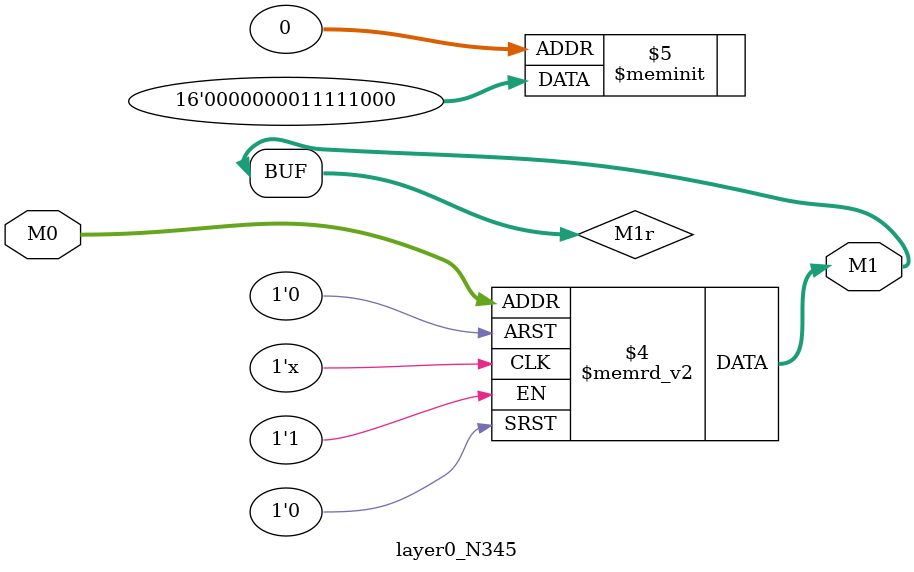
<source format=v>
module layer0_N345 ( input [2:0] M0, output [1:0] M1 );

	(*rom_style = "distributed" *) reg [1:0] M1r;
	assign M1 = M1r;
	always @ (M0) begin
		case (M0)
			3'b000: M1r = 2'b00;
			3'b100: M1r = 2'b00;
			3'b010: M1r = 2'b11;
			3'b110: M1r = 2'b00;
			3'b001: M1r = 2'b10;
			3'b101: M1r = 2'b00;
			3'b011: M1r = 2'b11;
			3'b111: M1r = 2'b00;

		endcase
	end
endmodule

</source>
